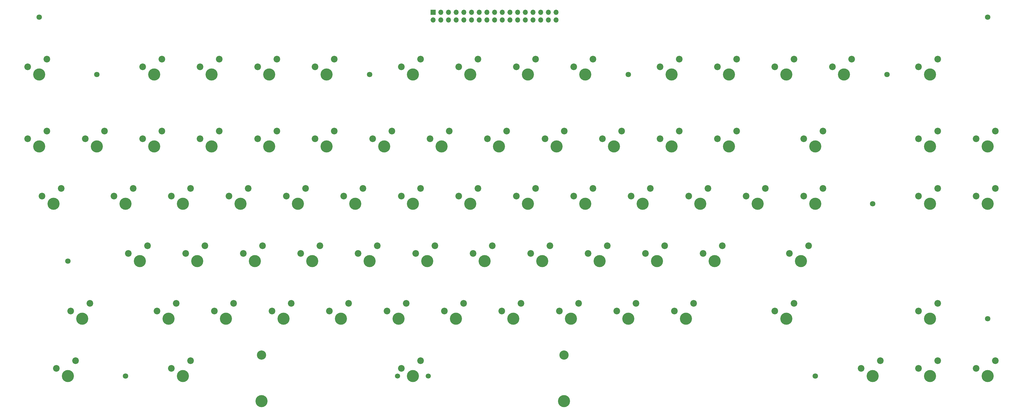
<source format=gbr>
%TF.GenerationSoftware,KiCad,Pcbnew,(5.1.12)-1*%
%TF.CreationDate,2022-05-13T18:30:43+02:00*%
%TF.ProjectId,Keyboard,4b657962-6f61-4726-942e-6b696361645f,rev?*%
%TF.SameCoordinates,Original*%
%TF.FileFunction,Soldermask,Top*%
%TF.FilePolarity,Negative*%
%FSLAX46Y46*%
G04 Gerber Fmt 4.6, Leading zero omitted, Abs format (unit mm)*
G04 Created by KiCad (PCBNEW (5.1.12)-1) date 2022-05-13 18:30:43*
%MOMM*%
%LPD*%
G01*
G04 APERTURE LIST*
%ADD10C,1.800000*%
%ADD11C,4.000000*%
%ADD12C,2.200000*%
%ADD13O,1.700000X1.700000*%
%ADD14R,1.700000X1.700000*%
%ADD15C,3.050000*%
%ADD16C,1.700000*%
G04 APERTURE END LIST*
D10*
%TO.C,REF\u002A\u002A*%
X137750000Y-33250000D03*
%TD*%
%TO.C,REF\u002A\u002A*%
X223250000Y-33250000D03*
%TD*%
%TO.C,REF\u002A\u002A*%
X342000000Y-14250000D03*
%TD*%
%TO.C,REF\u002A\u002A*%
X28500000Y-14250000D03*
%TD*%
%TO.C,REF\u002A\u002A*%
X38000000Y-95000000D03*
%TD*%
%TO.C,REF\u002A\u002A*%
X57000000Y-133000000D03*
%TD*%
%TO.C,REF\u002A\u002A*%
X285000000Y-133000000D03*
%TD*%
%TO.C,REF\u002A\u002A*%
X342000000Y-114000000D03*
%TD*%
%TO.C,REF\u002A\u002A*%
X304000000Y-76000000D03*
%TD*%
%TO.C,REF\u002A\u002A*%
X308750000Y-33250000D03*
%TD*%
%TO.C,REF\u002A\u002A*%
X47500000Y-33250000D03*
%TD*%
D11*
%TO.C,SW29*%
X209000000Y-76000000D03*
D12*
X205190000Y-73460000D03*
X211540000Y-70920000D03*
%TD*%
D11*
%TO.C,SW1E1*%
X323000000Y-57000000D03*
D12*
X319190000Y-54460000D03*
X325540000Y-51920000D03*
%TD*%
D11*
%TO.C,SW42*%
X90250000Y-114000000D03*
D12*
X86440000Y-111460000D03*
X92790000Y-108920000D03*
%TD*%
D11*
%TO.C,SW43*%
X109250000Y-114000000D03*
D12*
X105440000Y-111460000D03*
X111790000Y-108920000D03*
%TD*%
D11*
%TO.C,SW4C1*%
X275500000Y-114000000D03*
D12*
X271690000Y-111460000D03*
X278040000Y-108920000D03*
%TD*%
D11*
%TO.C,SW0D1*%
X294500000Y-33250000D03*
D12*
X290690000Y-30710000D03*
X297040000Y-28170000D03*
%TD*%
D11*
%TO.C,SW0C1*%
X275500000Y-33250000D03*
D12*
X271690000Y-30710000D03*
X278040000Y-28170000D03*
%TD*%
D11*
%TO.C,SW0B1*%
X256500000Y-33250000D03*
D12*
X252690000Y-30710000D03*
X259040000Y-28170000D03*
%TD*%
D11*
%TO.C,SW0A1*%
X237500000Y-33250000D03*
D12*
X233690000Y-30710000D03*
X240040000Y-28170000D03*
%TD*%
D11*
%TO.C,SW9*%
X209000000Y-33250000D03*
D12*
X205190000Y-30710000D03*
X211540000Y-28170000D03*
%TD*%
D11*
%TO.C,SW8*%
X190000000Y-33250000D03*
D12*
X186190000Y-30710000D03*
X192540000Y-28170000D03*
%TD*%
D11*
%TO.C,SW7*%
X171000000Y-33250000D03*
D12*
X167190000Y-30710000D03*
X173540000Y-28170000D03*
%TD*%
D11*
%TO.C,SW6*%
X152000000Y-33250000D03*
D12*
X148190000Y-30710000D03*
X154540000Y-28170000D03*
%TD*%
D11*
%TO.C,SW5*%
X123500000Y-33250000D03*
D12*
X119690000Y-30710000D03*
X126040000Y-28170000D03*
%TD*%
D11*
%TO.C,SW4*%
X104500000Y-33250000D03*
D12*
X100690000Y-30710000D03*
X107040000Y-28170000D03*
%TD*%
D11*
%TO.C,SW3*%
X85500000Y-33250000D03*
D12*
X81690000Y-30710000D03*
X88040000Y-28170000D03*
%TD*%
D11*
%TO.C,SW2*%
X66500000Y-33250000D03*
D12*
X62690000Y-30710000D03*
X69040000Y-28170000D03*
%TD*%
D13*
%TO.C,J1*%
X199390000Y-15240000D03*
X199390000Y-12700000D03*
X196850000Y-15240000D03*
X196850000Y-12700000D03*
X194310000Y-15240000D03*
X194310000Y-12700000D03*
X191770000Y-15240000D03*
X191770000Y-12700000D03*
X189230000Y-15240000D03*
X189230000Y-12700000D03*
X186690000Y-15240000D03*
X186690000Y-12700000D03*
X184150000Y-15240000D03*
X184150000Y-12700000D03*
X181610000Y-15240000D03*
X181610000Y-12700000D03*
X179070000Y-15240000D03*
X179070000Y-12700000D03*
X176530000Y-15240000D03*
X176530000Y-12700000D03*
X173990000Y-15240000D03*
X173990000Y-12700000D03*
X171450000Y-15240000D03*
X171450000Y-12700000D03*
X168910000Y-15240000D03*
X168910000Y-12700000D03*
X166370000Y-15240000D03*
X166370000Y-12700000D03*
X163830000Y-15240000D03*
X163830000Y-12700000D03*
X161290000Y-15240000D03*
X161290000Y-12700000D03*
X158750000Y-15240000D03*
D14*
X158750000Y-12700000D03*
%TD*%
D11*
%TO.C,SW2F1*%
X342000000Y-76000000D03*
D12*
X338190000Y-73460000D03*
X344540000Y-70920000D03*
%TD*%
D11*
%TO.C,SW1F1*%
X342000000Y-57000000D03*
D12*
X338190000Y-54460000D03*
X344540000Y-51920000D03*
%TD*%
D11*
%TO.C,SW2E1*%
X323000000Y-76000000D03*
D12*
X319190000Y-73460000D03*
X325540000Y-70920000D03*
%TD*%
D11*
%TO.C,SW5F1*%
X342000000Y-133000000D03*
D12*
X338190000Y-130460000D03*
X344540000Y-127920000D03*
%TD*%
D11*
%TO.C,SW4E1*%
X323000000Y-114000000D03*
D12*
X319190000Y-111460000D03*
X325540000Y-108920000D03*
%TD*%
D11*
%TO.C,SW3E1*%
X323000000Y-33250000D03*
D12*
X319190000Y-30710000D03*
X325540000Y-28170000D03*
%TD*%
D11*
%TO.C,SW1D1*%
X285000000Y-57000000D03*
D12*
X281190000Y-54460000D03*
X287540000Y-51920000D03*
%TD*%
D11*
%TO.C,SW5E1*%
X323000000Y-133000000D03*
D12*
X319190000Y-130460000D03*
X325540000Y-127920000D03*
%TD*%
D11*
%TO.C,SW3C1*%
X280250000Y-95000000D03*
D12*
X276440000Y-92460000D03*
X282790000Y-89920000D03*
%TD*%
D11*
%TO.C,SW2D1*%
X285000000Y-76000000D03*
D12*
X281190000Y-73460000D03*
X287540000Y-70920000D03*
%TD*%
D11*
%TO.C,SW1C1*%
X256500000Y-57000000D03*
D12*
X252690000Y-54460000D03*
X259040000Y-51920000D03*
%TD*%
D11*
%TO.C,SW5D1*%
X304000000Y-133000000D03*
D12*
X300190000Y-130460000D03*
X306540000Y-127920000D03*
%TD*%
D11*
%TO.C,SW3B1*%
X251750000Y-95000000D03*
D12*
X247940000Y-92460000D03*
X254290000Y-89920000D03*
%TD*%
D11*
%TO.C,SW2C1*%
X266000000Y-76000000D03*
D12*
X262190000Y-73460000D03*
X268540000Y-70920000D03*
%TD*%
D11*
%TO.C,SW1B1*%
X237500000Y-57000000D03*
D12*
X233690000Y-54460000D03*
X240040000Y-51920000D03*
%TD*%
D11*
%TO.C,SW4A1*%
X242250000Y-114000000D03*
D12*
X238440000Y-111460000D03*
X244790000Y-108920000D03*
%TD*%
D11*
%TO.C,SW3A1*%
X232750000Y-95000000D03*
D12*
X228940000Y-92460000D03*
X235290000Y-89920000D03*
%TD*%
D11*
%TO.C,SW2B1*%
X247000000Y-76000000D03*
D12*
X243190000Y-73460000D03*
X249540000Y-70920000D03*
%TD*%
D11*
%TO.C,SW1A1*%
X218500000Y-57000000D03*
D12*
X214690000Y-54460000D03*
X221040000Y-51920000D03*
%TD*%
D11*
%TO.C,SW49*%
X223250000Y-114000000D03*
D12*
X219440000Y-111460000D03*
X225790000Y-108920000D03*
%TD*%
D11*
%TO.C,SW39*%
X213750000Y-95000000D03*
D12*
X209940000Y-92460000D03*
X216290000Y-89920000D03*
%TD*%
D11*
%TO.C,SW2A1*%
X228000000Y-76000000D03*
D12*
X224190000Y-73460000D03*
X230540000Y-70920000D03*
%TD*%
D11*
%TO.C,SW19*%
X199500000Y-57000000D03*
D12*
X195690000Y-54460000D03*
X202040000Y-51920000D03*
%TD*%
D11*
%TO.C,SW48*%
X204250000Y-114000000D03*
D12*
X200440000Y-111460000D03*
X206790000Y-108920000D03*
%TD*%
D11*
%TO.C,SW38*%
X194750000Y-95000000D03*
D12*
X190940000Y-92460000D03*
X197290000Y-89920000D03*
%TD*%
D11*
%TO.C,SW18*%
X180500000Y-57000000D03*
D12*
X176690000Y-54460000D03*
X183040000Y-51920000D03*
%TD*%
D11*
%TO.C,SW47*%
X185250000Y-114000000D03*
D12*
X181440000Y-111460000D03*
X187790000Y-108920000D03*
%TD*%
D11*
%TO.C,SW37*%
X175750000Y-95000000D03*
D12*
X171940000Y-92460000D03*
X178290000Y-89920000D03*
%TD*%
D11*
%TO.C,SW28*%
X190000000Y-76000000D03*
D12*
X186190000Y-73460000D03*
X192540000Y-70920000D03*
%TD*%
D11*
%TO.C,SW17*%
X161500000Y-57000000D03*
D12*
X157690000Y-54460000D03*
X164040000Y-51920000D03*
%TD*%
D11*
%TO.C,SW46*%
X166250000Y-114000000D03*
D12*
X162440000Y-111460000D03*
X168790000Y-108920000D03*
%TD*%
D11*
%TO.C,SW36*%
X156750000Y-95000000D03*
D12*
X152940000Y-92460000D03*
X159290000Y-89920000D03*
%TD*%
D11*
%TO.C,SW27*%
X171000000Y-76000000D03*
D12*
X167190000Y-73460000D03*
X173540000Y-70920000D03*
%TD*%
D11*
%TO.C,SW16*%
X142500000Y-57000000D03*
D12*
X138690000Y-54460000D03*
X145040000Y-51920000D03*
%TD*%
D11*
%TO.C,SW45*%
X147250000Y-114000000D03*
D12*
X143440000Y-111460000D03*
X149790000Y-108920000D03*
%TD*%
D11*
%TO.C,SW35*%
X137750000Y-95000000D03*
D12*
X133940000Y-92460000D03*
X140290000Y-89920000D03*
%TD*%
D11*
%TO.C,SW26*%
X152000000Y-76000000D03*
D12*
X148190000Y-73460000D03*
X154540000Y-70920000D03*
%TD*%
D11*
%TO.C,SW15*%
X123500000Y-57000000D03*
D12*
X119690000Y-54460000D03*
X126040000Y-51920000D03*
%TD*%
D11*
%TO.C,SW44*%
X128250000Y-114000000D03*
D12*
X124440000Y-111460000D03*
X130790000Y-108920000D03*
%TD*%
D11*
%TO.C,SW34*%
X118750000Y-95000000D03*
D12*
X114940000Y-92460000D03*
X121290000Y-89920000D03*
%TD*%
D11*
%TO.C,SW25*%
X133000000Y-76000000D03*
D12*
X129190000Y-73460000D03*
X135540000Y-70920000D03*
%TD*%
D11*
%TO.C,SW14*%
X104500000Y-57000000D03*
D12*
X100690000Y-54460000D03*
X107040000Y-51920000D03*
%TD*%
D11*
%TO.C,SW33*%
X99750000Y-95000000D03*
D12*
X95940000Y-92460000D03*
X102290000Y-89920000D03*
%TD*%
D11*
%TO.C,SW24*%
X114000000Y-76000000D03*
D12*
X110190000Y-73460000D03*
X116540000Y-70920000D03*
%TD*%
D11*
%TO.C,SW13*%
X85500000Y-57000000D03*
D12*
X81690000Y-54460000D03*
X88040000Y-51920000D03*
%TD*%
D11*
%TO.C,SW32*%
X80750000Y-95000000D03*
D12*
X76940000Y-92460000D03*
X83290000Y-89920000D03*
%TD*%
D11*
%TO.C,SW23*%
X95000000Y-76000000D03*
D12*
X91190000Y-73460000D03*
X97540000Y-70920000D03*
%TD*%
D11*
%TO.C,SW12*%
X66500000Y-57000000D03*
D12*
X62690000Y-54460000D03*
X69040000Y-51920000D03*
%TD*%
D11*
%TO.C,SW41*%
X71250000Y-114000000D03*
D12*
X67440000Y-111460000D03*
X73790000Y-108920000D03*
%TD*%
D11*
%TO.C,SW31*%
X61750000Y-95000000D03*
D12*
X57940000Y-92460000D03*
X64290000Y-89920000D03*
%TD*%
D11*
%TO.C,SW22*%
X76000000Y-76000000D03*
D12*
X72190000Y-73460000D03*
X78540000Y-70920000D03*
%TD*%
D11*
%TO.C,SW11*%
X47500000Y-57000000D03*
D12*
X43690000Y-54460000D03*
X50040000Y-51920000D03*
%TD*%
D15*
%TO.C,SW55*%
X202000000Y-126000000D03*
X102000000Y-126000000D03*
D11*
X102000000Y-141240000D03*
X202000000Y-141240000D03*
D16*
X157080000Y-133000000D03*
X146920000Y-133000000D03*
D11*
X152000000Y-133000000D03*
D12*
X148190000Y-130460000D03*
X154540000Y-127920000D03*
%TD*%
D11*
%TO.C,SW40*%
X42750000Y-114000000D03*
D12*
X38940000Y-111460000D03*
X45290000Y-108920000D03*
%TD*%
D11*
%TO.C,SW21*%
X57000000Y-76000000D03*
D12*
X53190000Y-73460000D03*
X59540000Y-70920000D03*
%TD*%
D11*
%TO.C,SW10*%
X28500000Y-57000000D03*
D12*
X24690000Y-54460000D03*
X31040000Y-51920000D03*
%TD*%
D11*
%TO.C,SW51*%
X76000000Y-133000000D03*
D12*
X72190000Y-130460000D03*
X78540000Y-127920000D03*
%TD*%
D11*
%TO.C,SW50*%
X38000000Y-133000000D03*
D12*
X34190000Y-130460000D03*
X40540000Y-127920000D03*
%TD*%
D11*
%TO.C,SW20*%
X33250000Y-76000000D03*
D12*
X29440000Y-73460000D03*
X35790000Y-70920000D03*
%TD*%
D11*
%TO.C,SW0*%
X28500000Y-33250000D03*
D12*
X24690000Y-30710000D03*
X31040000Y-28170000D03*
%TD*%
M02*

</source>
